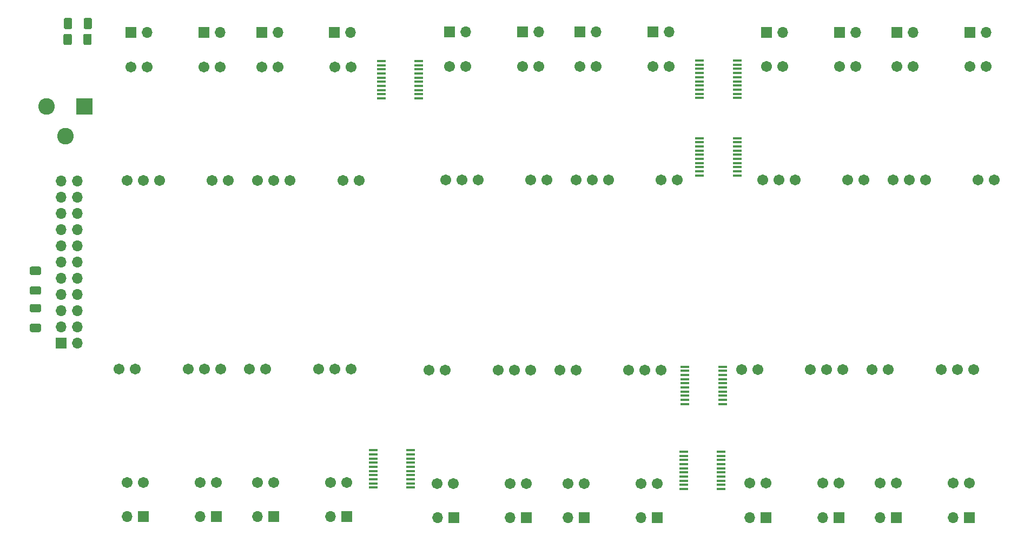
<source format=gbr>
%TF.GenerationSoftware,KiCad,Pcbnew,(5.1.9-0-10_14)*%
%TF.CreationDate,2021-06-18T00:48:09+02:00*%
%TF.ProjectId,V3,56332e6b-6963-4616-945f-706362585858,rev?*%
%TF.SameCoordinates,Original*%
%TF.FileFunction,Soldermask,Top*%
%TF.FilePolarity,Negative*%
%FSLAX46Y46*%
G04 Gerber Fmt 4.6, Leading zero omitted, Abs format (unit mm)*
G04 Created by KiCad (PCBNEW (5.1.9-0-10_14)) date 2021-06-18 00:48:09*
%MOMM*%
%LPD*%
G01*
G04 APERTURE LIST*
%ADD10R,1.700000X1.700000*%
%ADD11O,1.700000X1.700000*%
%ADD12C,1.711200*%
%ADD13R,2.600000X2.600000*%
%ADD14C,2.600000*%
%ADD15R,1.475000X0.450000*%
G04 APERTURE END LIST*
D10*
%TO.C,J2*%
X97800000Y-107820000D03*
D11*
X100340000Y-107820000D03*
X97800000Y-105280000D03*
X100340000Y-105280000D03*
X97800000Y-102740000D03*
X100340000Y-102740000D03*
X97800000Y-100200000D03*
X100340000Y-100200000D03*
X97800000Y-97660000D03*
X100340000Y-97660000D03*
X97800000Y-95120000D03*
X100340000Y-95120000D03*
X97800000Y-92580000D03*
X100340000Y-92580000D03*
X97800000Y-90040000D03*
X100340000Y-90040000D03*
X97800000Y-87500000D03*
X100340000Y-87500000D03*
X97800000Y-84960000D03*
X100340000Y-84960000D03*
X97800000Y-82420000D03*
X100340000Y-82420000D03*
%TD*%
%TO.C,R1*%
G36*
G01*
X102650000Y-57075000D02*
X102650000Y-58325000D01*
G75*
G02*
X102400000Y-58575000I-250000J0D01*
G01*
X101600000Y-58575000D01*
G75*
G02*
X101350000Y-58325000I0J250000D01*
G01*
X101350000Y-57075000D01*
G75*
G02*
X101600000Y-56825000I250000J0D01*
G01*
X102400000Y-56825000D01*
G75*
G02*
X102650000Y-57075000I0J-250000D01*
G01*
G37*
G36*
G01*
X99550000Y-57075000D02*
X99550000Y-58325000D01*
G75*
G02*
X99300000Y-58575000I-250000J0D01*
G01*
X98500000Y-58575000D01*
G75*
G02*
X98250000Y-58325000I0J250000D01*
G01*
X98250000Y-57075000D01*
G75*
G02*
X98500000Y-56825000I250000J0D01*
G01*
X99300000Y-56825000D01*
G75*
G02*
X99550000Y-57075000I0J-250000D01*
G01*
G37*
%TD*%
D12*
%TO.C,U3*%
X129200501Y-64487501D03*
X131740501Y-64487501D03*
X143170501Y-64487501D03*
X140630501Y-64487501D03*
X144440501Y-82267501D03*
X141900501Y-82267501D03*
X128565501Y-82267501D03*
X131105501Y-82267501D03*
X133645501Y-82267501D03*
%TD*%
%TO.C,U4*%
X113215501Y-82267501D03*
X110675501Y-82267501D03*
X108135501Y-82267501D03*
X121470501Y-82267501D03*
X124010501Y-82267501D03*
X120200501Y-64487501D03*
X122740501Y-64487501D03*
X111310501Y-64487501D03*
X108770501Y-64487501D03*
%TD*%
D13*
%TO.C,J1*%
X101500000Y-70700000D03*
D14*
X95500000Y-70700000D03*
X98500000Y-75400000D03*
%TD*%
D12*
%TO.C,U11*%
X219569499Y-129732499D03*
X217029499Y-129732499D03*
X205599499Y-129732499D03*
X208139499Y-129732499D03*
X204329499Y-111952499D03*
X206869499Y-111952499D03*
X220204499Y-111952499D03*
X217664499Y-111952499D03*
X215124499Y-111952499D03*
%TD*%
D15*
%TO.C,IC2*%
X147912001Y-63575001D03*
X147912001Y-64225001D03*
X147912001Y-64875001D03*
X147912001Y-65525001D03*
X147912001Y-66175001D03*
X147912001Y-66825001D03*
X147912001Y-67475001D03*
X147912001Y-68125001D03*
X147912001Y-68775001D03*
X147912001Y-69425001D03*
X153788001Y-69425001D03*
X153788001Y-68775001D03*
X153788001Y-68125001D03*
X153788001Y-67475001D03*
X153788001Y-66825001D03*
X153788001Y-66175001D03*
X153788001Y-65525001D03*
X153788001Y-64875001D03*
X153788001Y-64225001D03*
X153788001Y-63575001D03*
%TD*%
%TO.C,IC1*%
X203648001Y-63515001D03*
X203648001Y-64165001D03*
X203648001Y-64815001D03*
X203648001Y-65465001D03*
X203648001Y-66115001D03*
X203648001Y-66765001D03*
X203648001Y-67415001D03*
X203648001Y-68065001D03*
X203648001Y-68715001D03*
X203648001Y-69365001D03*
X197772001Y-69365001D03*
X197772001Y-68715001D03*
X197772001Y-68065001D03*
X197772001Y-67415001D03*
X197772001Y-66765001D03*
X197772001Y-66115001D03*
X197772001Y-65465001D03*
X197772001Y-64815001D03*
X197772001Y-64165001D03*
X197772001Y-63515001D03*
%TD*%
%TO.C,IC3*%
X197762000Y-75675000D03*
X197762000Y-76325000D03*
X197762000Y-76975000D03*
X197762000Y-77625000D03*
X197762000Y-78275000D03*
X197762000Y-78925000D03*
X197762000Y-79575000D03*
X197762000Y-80225000D03*
X197762000Y-80875000D03*
X197762000Y-81525000D03*
X203638000Y-81525000D03*
X203638000Y-80875000D03*
X203638000Y-80225000D03*
X203638000Y-79575000D03*
X203638000Y-78925000D03*
X203638000Y-78275000D03*
X203638000Y-77625000D03*
X203638000Y-76975000D03*
X203638000Y-76325000D03*
X203638000Y-75675000D03*
%TD*%
%TO.C,IC4*%
X195462000Y-117325000D03*
X195462000Y-116675000D03*
X195462000Y-116025000D03*
X195462000Y-115375000D03*
X195462000Y-114725000D03*
X195462000Y-114075000D03*
X195462000Y-113425000D03*
X195462000Y-112775000D03*
X195462000Y-112125000D03*
X195462000Y-111475000D03*
X201338000Y-111475000D03*
X201338000Y-112125000D03*
X201338000Y-112775000D03*
X201338000Y-113425000D03*
X201338000Y-114075000D03*
X201338000Y-114725000D03*
X201338000Y-115375000D03*
X201338000Y-116025000D03*
X201338000Y-116675000D03*
X201338000Y-117325000D03*
%TD*%
%TO.C,IC5*%
X152538000Y-130425000D03*
X152538000Y-129775000D03*
X152538000Y-129125000D03*
X152538000Y-128475000D03*
X152538000Y-127825000D03*
X152538000Y-127175000D03*
X152538000Y-126525000D03*
X152538000Y-125875000D03*
X152538000Y-125225000D03*
X152538000Y-124575000D03*
X146662000Y-124575000D03*
X146662000Y-125225000D03*
X146662000Y-125875000D03*
X146662000Y-126525000D03*
X146662000Y-127175000D03*
X146662000Y-127825000D03*
X146662000Y-128475000D03*
X146662000Y-129125000D03*
X146662000Y-129775000D03*
X146662000Y-130425000D03*
%TD*%
%TO.C,IC6*%
X195281999Y-130644999D03*
X195281999Y-129994999D03*
X195281999Y-129344999D03*
X195281999Y-128694999D03*
X195281999Y-128044999D03*
X195281999Y-127394999D03*
X195281999Y-126744999D03*
X195281999Y-126094999D03*
X195281999Y-125444999D03*
X195281999Y-124794999D03*
X201157999Y-124794999D03*
X201157999Y-125444999D03*
X201157999Y-126094999D03*
X201157999Y-126744999D03*
X201157999Y-127394999D03*
X201157999Y-128044999D03*
X201157999Y-128694999D03*
X201157999Y-129344999D03*
X201157999Y-129994999D03*
X201157999Y-130644999D03*
%TD*%
D11*
%TO.C,LS1*%
X161160000Y-59040000D03*
D10*
X158620000Y-59040000D03*
%TD*%
%TO.C,LS2*%
X170060000Y-59040000D03*
D11*
X172600000Y-59040000D03*
%TD*%
D10*
%TO.C,LS3*%
X179060000Y-59040000D03*
D11*
X181600000Y-59040000D03*
%TD*%
%TO.C,LS4*%
X193000000Y-59040000D03*
D10*
X190460000Y-59040000D03*
%TD*%
D11*
%TO.C,LS5*%
X111300000Y-59100000D03*
D10*
X108760000Y-59100000D03*
%TD*%
D11*
%TO.C,LS6*%
X122740000Y-59100000D03*
D10*
X120200000Y-59100000D03*
%TD*%
D11*
%TO.C,LS7*%
X131740000Y-59100000D03*
D10*
X129200000Y-59100000D03*
%TD*%
%TO.C,LS8*%
X140600000Y-59100000D03*
D11*
X143140000Y-59100000D03*
%TD*%
D10*
%TO.C,LS9*%
X208220000Y-59080000D03*
D11*
X210760000Y-59080000D03*
%TD*%
D10*
%TO.C,LS10*%
X219660000Y-59080000D03*
D11*
X222200000Y-59080000D03*
%TD*%
D10*
%TO.C,LS11*%
X228660000Y-59080000D03*
D11*
X231200000Y-59080000D03*
%TD*%
%TO.C,LS12*%
X242600000Y-59080000D03*
D10*
X240060000Y-59080000D03*
%TD*%
%TO.C,LS13*%
X191110000Y-135160000D03*
D11*
X188570000Y-135160000D03*
%TD*%
%TO.C,LS14*%
X177130000Y-135160000D03*
D10*
X179670000Y-135160000D03*
%TD*%
%TO.C,LS15*%
X170670000Y-135160000D03*
D11*
X168130000Y-135160000D03*
%TD*%
%TO.C,LS16*%
X156730000Y-135160000D03*
D10*
X159270000Y-135160000D03*
%TD*%
%TO.C,LS17*%
X142570000Y-135000000D03*
D11*
X140030000Y-135000000D03*
%TD*%
%TO.C,LS18*%
X128590000Y-135000000D03*
D10*
X131130000Y-135000000D03*
%TD*%
%TO.C,LS19*%
X122130000Y-135000000D03*
D11*
X119590000Y-135000000D03*
%TD*%
%TO.C,LS20*%
X108190000Y-135000000D03*
D10*
X110730000Y-135000000D03*
%TD*%
%TO.C,LS21*%
X240010000Y-135120000D03*
D11*
X237470000Y-135120000D03*
%TD*%
%TO.C,LS22*%
X226030000Y-135120000D03*
D10*
X228570000Y-135120000D03*
%TD*%
%TO.C,LS23*%
X219570000Y-135120000D03*
D11*
X217030000Y-135120000D03*
%TD*%
%TO.C,LS24*%
X205630000Y-135120000D03*
D10*
X208170000Y-135120000D03*
%TD*%
%TO.C,R2*%
G36*
G01*
X99500000Y-59575000D02*
X99500000Y-60825000D01*
G75*
G02*
X99250000Y-61075000I-250000J0D01*
G01*
X98450000Y-61075000D01*
G75*
G02*
X98200000Y-60825000I0J250000D01*
G01*
X98200000Y-59575000D01*
G75*
G02*
X98450000Y-59325000I250000J0D01*
G01*
X99250000Y-59325000D01*
G75*
G02*
X99500000Y-59575000I0J-250000D01*
G01*
G37*
G36*
G01*
X102600000Y-59575000D02*
X102600000Y-60825000D01*
G75*
G02*
X102350000Y-61075000I-250000J0D01*
G01*
X101550000Y-61075000D01*
G75*
G02*
X101300000Y-60825000I0J250000D01*
G01*
X101300000Y-59575000D01*
G75*
G02*
X101550000Y-59325000I250000J0D01*
G01*
X102350000Y-59325000D01*
G75*
G02*
X102600000Y-59575000I0J-250000D01*
G01*
G37*
%TD*%
%TO.C,R3*%
G36*
G01*
X93175000Y-95800000D02*
X94425000Y-95800000D01*
G75*
G02*
X94675000Y-96050000I0J-250000D01*
G01*
X94675000Y-96850000D01*
G75*
G02*
X94425000Y-97100000I-250000J0D01*
G01*
X93175000Y-97100000D01*
G75*
G02*
X92925000Y-96850000I0J250000D01*
G01*
X92925000Y-96050000D01*
G75*
G02*
X93175000Y-95800000I250000J0D01*
G01*
G37*
G36*
G01*
X93175000Y-98900000D02*
X94425000Y-98900000D01*
G75*
G02*
X94675000Y-99150000I0J-250000D01*
G01*
X94675000Y-99950000D01*
G75*
G02*
X94425000Y-100200000I-250000J0D01*
G01*
X93175000Y-100200000D01*
G75*
G02*
X92925000Y-99950000I0J250000D01*
G01*
X92925000Y-99150000D01*
G75*
G02*
X93175000Y-98900000I250000J0D01*
G01*
G37*
%TD*%
%TO.C,R4*%
G36*
G01*
X93175000Y-104750000D02*
X94425000Y-104750000D01*
G75*
G02*
X94675000Y-105000000I0J-250000D01*
G01*
X94675000Y-105800000D01*
G75*
G02*
X94425000Y-106050000I-250000J0D01*
G01*
X93175000Y-106050000D01*
G75*
G02*
X92925000Y-105800000I0J250000D01*
G01*
X92925000Y-105000000D01*
G75*
G02*
X93175000Y-104750000I250000J0D01*
G01*
G37*
G36*
G01*
X93175000Y-101650000D02*
X94425000Y-101650000D01*
G75*
G02*
X94675000Y-101900000I0J-250000D01*
G01*
X94675000Y-102700000D01*
G75*
G02*
X94425000Y-102950000I-250000J0D01*
G01*
X93175000Y-102950000D01*
G75*
G02*
X92925000Y-102700000I0J250000D01*
G01*
X92925000Y-101900000D01*
G75*
G02*
X93175000Y-101650000I250000J0D01*
G01*
G37*
%TD*%
D12*
%TO.C,U1*%
X179060501Y-64427501D03*
X181600501Y-64427501D03*
X193030501Y-64427501D03*
X190490501Y-64427501D03*
X194300501Y-82207501D03*
X191760501Y-82207501D03*
X178425501Y-82207501D03*
X180965501Y-82207501D03*
X183505501Y-82207501D03*
%TD*%
%TO.C,U2*%
X163075501Y-82207501D03*
X160535501Y-82207501D03*
X157995501Y-82207501D03*
X171330501Y-82207501D03*
X173870501Y-82207501D03*
X170060501Y-64427501D03*
X172600501Y-64427501D03*
X161170501Y-64427501D03*
X158630501Y-64427501D03*
%TD*%
%TO.C,U5*%
X233105501Y-82247501D03*
X230565501Y-82247501D03*
X228025501Y-82247501D03*
X241360501Y-82247501D03*
X243900501Y-82247501D03*
X240090501Y-64467501D03*
X242630501Y-64467501D03*
X231200501Y-64467501D03*
X228660501Y-64467501D03*
%TD*%
%TO.C,U6*%
X208230501Y-64467501D03*
X210770501Y-64467501D03*
X222200501Y-64467501D03*
X219660501Y-64467501D03*
X223470501Y-82247501D03*
X220930501Y-82247501D03*
X207595501Y-82247501D03*
X210135501Y-82247501D03*
X212675501Y-82247501D03*
%TD*%
%TO.C,U7*%
X166224499Y-111992499D03*
X168764499Y-111992499D03*
X171304499Y-111992499D03*
X157969499Y-111992499D03*
X155429499Y-111992499D03*
X159239499Y-129772499D03*
X156699499Y-129772499D03*
X168129499Y-129772499D03*
X170669499Y-129772499D03*
%TD*%
%TO.C,U8*%
X191099499Y-129772499D03*
X188559499Y-129772499D03*
X177129499Y-129772499D03*
X179669499Y-129772499D03*
X175859499Y-111992499D03*
X178399499Y-111992499D03*
X191734499Y-111992499D03*
X189194499Y-111992499D03*
X186654499Y-111992499D03*
%TD*%
%TO.C,U9*%
X122129499Y-129612499D03*
X119589499Y-129612499D03*
X108159499Y-129612499D03*
X110699499Y-129612499D03*
X106889499Y-111832499D03*
X109429499Y-111832499D03*
X122764499Y-111832499D03*
X120224499Y-111832499D03*
X117684499Y-111832499D03*
%TD*%
%TO.C,U10*%
X138114499Y-111832499D03*
X140654499Y-111832499D03*
X143194499Y-111832499D03*
X129859499Y-111832499D03*
X127319499Y-111832499D03*
X131129499Y-129612499D03*
X128589499Y-129612499D03*
X140019499Y-129612499D03*
X142559499Y-129612499D03*
%TD*%
%TO.C,U12*%
X235554499Y-111952499D03*
X238094499Y-111952499D03*
X240634499Y-111952499D03*
X227299499Y-111952499D03*
X224759499Y-111952499D03*
X228569499Y-129732499D03*
X226029499Y-129732499D03*
X237459499Y-129732499D03*
X239999499Y-129732499D03*
%TD*%
M02*

</source>
